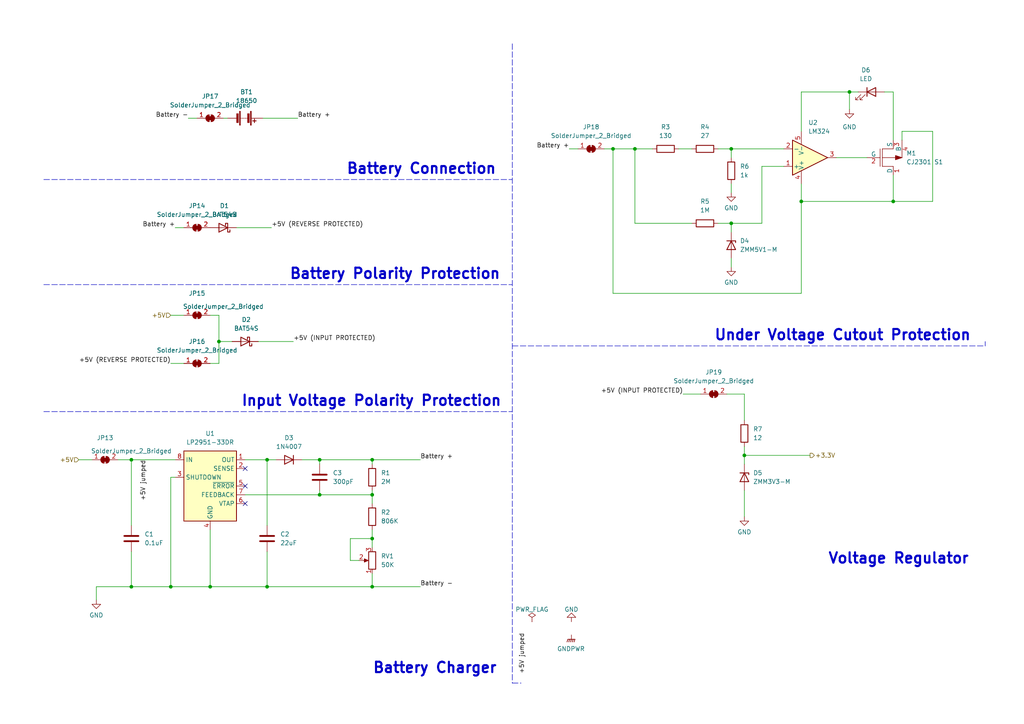
<source format=kicad_sch>
(kicad_sch (version 20211123) (generator eeschema)
  (paper "A4")
  (title_block (title "Power Submodule") (date "2022-03-09") (rev "v1.0") (company "University of Cape Town") (comment 1 "Be aware of current maybe adding up in the volatge input protection circuit") (comment 2 "Schottky diodes can be replaced with a p-channel mosfet configuration") (comment 4 "Authors: Noah Havik"))
  (lib_symbols
    (symbol "Device:Battery" (pin_numbers hide) (pin_names (offset 0) hide)
      (property "Reference" "BT" (at 2.54 2.54 0))
      (property "Value" "Battery" (at 2.54 0 0))
      (symbol "Battery_0_1"
        (rectangle (start -2.032 -1.397) (end 2.032 -1.651) (fill (type outline)))
        (rectangle (start -2.032 1.778) (end 2.032 1.524) (fill (type outline)))
        (rectangle (start -1.3208 -1.9812) (end 1.27 -2.4892) (fill (type outline)))
        (rectangle (start -1.3208 1.1938) (end 1.27 0.6858) (fill (type outline)))
        (polyline (pts (xy 0 -1.524) (xy 0 -1.27)))
        (polyline (pts (xy 0 -1.016) (xy 0 -0.762)))
        (polyline (pts (xy 0 -0.508) (xy 0 -0.254)))
        (polyline (pts (xy 0 0) (xy 0 0.254)))
        (polyline (pts (xy 0 0.508) (xy 0 0.762)))
        (polyline (pts (xy 0 1.778) (xy 0 2.54)))
        (polyline (pts (xy 0.254 2.667) (xy 1.27 2.667)) (stroke (width 0.254)))
        (polyline (pts (xy 0.762 3.175) (xy 0.762 2.159)) (stroke (width 0.254)))
      )
      (symbol "Battery_1_1"
        (pin passive line (at 0 5.08 270) (length 2.54) (name "+") (number "1"))
        (pin passive line (at 0 -5.08 90) (length 2.54) (name "-") (number "2"))
      )
    )
    (symbol "Device:C" (pin_numbers hide) (pin_names (offset 0.254))
      (property "Reference" "C" (at 0.635 2.54 0))
      (property "Value" "C" (at 0.635 -2.54 0))
      (symbol "C_0_1"
        (polyline (pts (xy -2.032 -0.762) (xy 2.032 -0.762)) (stroke (width 0.508)))
        (polyline (pts (xy -2.032 0.762) (xy 2.032 0.762)) (stroke (width 0.508)))
      )
      (symbol "C_1_1"
        (pin passive line (at 0 3.81 270) (length 2.794) (name "~") (number "1"))
        (pin passive line (at 0 -3.81 90) (length 2.794) (name "~") (number "2"))
      )
    )
    (symbol "Device:D_Schottky" (pin_numbers hide) (pin_names (offset 1.016) hide)
      (property "Reference" "D" (at 0 2.54 0))
      (property "Value" "D_Schottky" (at 0 -2.54 0))
      (symbol "D_Schottky_0_1"
        (polyline (pts (xy 1.27 0) (xy -1.27 0)))
        (polyline (pts (xy 1.27 1.27) (xy 1.27 -1.27) (xy -1.27 0) (xy 1.27 1.27)) (stroke (width 0.254)))
        (polyline (pts (xy -1.905 0.635) (xy -1.905 1.27) (xy -1.27 1.27) (xy -1.27 -1.27) (xy -0.635 -1.27) (xy -0.635 -0.635)) (stroke (width 0.254)))
      )
      (symbol "D_Schottky_1_1"
        (pin passive line (at -3.81 0 0) (length 2.54) (name "K") (number "1"))
        (pin passive line (at 3.81 0 180) (length 2.54) (name "A") (number "2"))
      )
    )
    (symbol "Device:D_Zener" (pin_numbers hide) (pin_names (offset 1.016) hide)
      (property "Reference" "D" (at 0 2.54 0))
      (property "Value" "D_Zener" (at 0 -2.54 0))
      (symbol "D_Zener_0_1"
        (polyline (pts (xy 1.27 0) (xy -1.27 0)))
        (polyline (pts (xy -1.27 -1.27) (xy -1.27 1.27) (xy -0.762 1.27)) (stroke (width 0.254)))
        (polyline (pts (xy 1.27 -1.27) (xy 1.27 1.27) (xy -1.27 0) (xy 1.27 -1.27)) (stroke (width 0.254)))
      )
      (symbol "D_Zener_1_1"
        (pin passive line (at -3.81 0 0) (length 2.54) (name "K") (number "1"))
        (pin passive line (at 3.81 0 180) (length 2.54) (name "A") (number "2"))
      )
    )
    (symbol "Device:LED" (pin_numbers hide) (pin_names (offset 1.016) hide)
      (property "Reference" "D" (at 0 2.54 0))
      (property "Value" "LED" (at 0 -2.54 0))
      (symbol "LED_0_1"
        (polyline (pts (xy -1.27 -1.27) (xy -1.27 1.27)) (stroke (width 0.254)))
        (polyline (pts (xy -1.27 0) (xy 1.27 0)))
        (polyline (pts (xy 1.27 -1.27) (xy 1.27 1.27) (xy -1.27 0) (xy 1.27 -1.27)) (stroke (width 0.254)))
        (polyline (pts (xy -3.048 -0.762) (xy -4.572 -2.286) (xy -3.81 -2.286) (xy -4.572 -2.286) (xy -4.572 -1.524)))
        (polyline (pts (xy -1.778 -0.762) (xy -3.302 -2.286) (xy -2.54 -2.286) (xy -3.302 -2.286) (xy -3.302 -1.524)))
      )
      (symbol "LED_1_1"
        (pin passive line (at -3.81 0 0) (length 2.54) (name "K") (number "1"))
        (pin passive line (at 3.81 0 180) (length 2.54) (name "A") (number "2"))
      )
    )
    (symbol "Device:R" (pin_numbers hide) (pin_names (offset 0))
      (property "Reference" "R" (at 2.032 0 90))
      (property "Value" "R" (at 0 0 90))
      (symbol "R_0_1"
        (rectangle (start -1.016 -2.54) (end 1.016 2.54) (stroke (width 0.254)))
      )
      (symbol "R_1_1"
        (pin passive line (at 0 3.81 270) (length 1.27) (name "~") (number "1"))
        (pin passive line (at 0 -3.81 90) (length 1.27) (name "~") (number "2"))
      )
    )
    (symbol "Device:R_Potentiometer" (pin_names (offset 1.016) hide)
      (property "Reference" "RV" (at -4.445 0 90))
      (property "Value" "R_Potentiometer" (at -2.54 0 90))
      (symbol "R_Potentiometer_0_1"
        (polyline (pts (xy 2.54 0) (xy 1.524 0)))
        (polyline (pts (xy 1.143 0) (xy 2.286 0.508) (xy 2.286 -0.508) (xy 1.143 0)) (fill (type outline)))
        (rectangle (start 1.016 2.54) (end -1.016 -2.54) (stroke (width 0.254)))
      )
      (symbol "R_Potentiometer_1_1"
        (pin passive line (at 0 3.81 270) (length 1.27) (name "1") (number "1"))
        (pin passive line (at 3.81 0 180) (length 1.27) (name "2") (number "2"))
        (pin passive line (at 0 -3.81 90) (length 1.27) (name "3") (number "3"))
      )
    )
    (symbol "Diode:1N4007" (pin_numbers hide) (pin_names (offset 1.016) hide)
      (property "Reference" "D" (at 0 2.54 0))
      (property "Value" "1N4007" (at 0 -2.54 0))
      (symbol "1N4007_0_1"
        (polyline (pts (xy -1.27 1.27) (xy -1.27 -1.27)) (stroke (width 0.254)))
        (polyline (pts (xy 1.27 0) (xy -1.27 0)))
        (polyline (pts (xy 1.27 1.27) (xy 1.27 -1.27) (xy -1.27 0) (xy 1.27 1.27)) (stroke (width 0.254)))
      )
      (symbol "1N4007_1_1"
        (pin passive line (at -3.81 0 0) (length 2.54) (name "K") (number "1"))
        (pin passive line (at 3.81 0 180) (length 2.54) (name "A") (number "2"))
      )
    )
    (symbol "Jumper:SolderJumper_2_Bridged" (pin_names (offset 0) hide)
      (property "Reference" "JP" (at 0 2.032 0))
      (property "Value" "SolderJumper_2_Bridged" (at 0 -2.54 0))
      (symbol "SolderJumper_2_Bridged_0_1"
        (rectangle (start -0.508 0.508) (end 0.508 -0.508) (fill (type outline)))
        (arc (start -0.254 1.016) (mid -1.27 0) (end -0.254 -1.016))
        (arc (start -0.254 1.016) (mid -1.27 0) (end -0.254 -1.016) (fill (type outline)))
        (polyline (pts (xy -0.254 1.016) (xy -0.254 -1.016)))
        (polyline (pts (xy 0.254 1.016) (xy 0.254 -1.016)))
        (arc (start 0.254 -1.016) (mid 1.27 0) (end 0.254 1.016))
        (arc (start 0.254 -1.016) (mid 1.27 0) (end 0.254 1.016) (fill (type outline)))
      )
      (symbol "SolderJumper_2_Bridged_1_1"
        (pin passive line (at -3.81 0 0) (length 2.54) (name "A") (number "1"))
        (pin passive line (at 3.81 0 180) (length 2.54) (name "B") (number "2"))
      )
    )
    (symbol "Regulator_Linear:LP2951-3.3_DIP"
      (property "Reference" "U" (at -6.35 11.43 0))
      (property "Value" "LP2951-3.3_DIP" (at 1.27 11.43 0))
      (symbol "LP2951-3.3_DIP_0_1"
        (rectangle (start -7.62 10.16) (end 7.62 -10.16) (stroke (width 0.254)) (fill (type background)))
      )
      (symbol "LP2951-3.3_DIP_1_1"
        (pin power_out line (at 10.16 7.62 180) (length 2.54) (name "OUT") (number "1"))
        (pin passive line (at 10.16 5.08 180) (length 2.54) (name "SENSE") (number "2"))
        (pin input line (at -10.16 2.54 0) (length 2.54) (name "SHUTDOWN") (number "3"))
        (pin power_in line (at 0 -12.7 90) (length 2.54) (name "GND") (number "4"))
        (pin open_collector line (at 10.16 0 180) (length 2.54) (name "~{ERROR}") (number "5"))
        (pin input line (at 10.16 -5.08 180) (length 2.54) (name "VTAP") (number "6"))
        (pin input line (at 10.16 -2.54 180) (length 2.54) (name "FEEDBACK") (number "7"))
        (pin power_in line (at -10.16 7.62 0) (length 2.54) (name "IN") (number "8"))
      )
    )
    (symbol "power:GND" (power) (pin_names (offset 0))
      (property "Value" "GND" (at 0 -3.81 0))
      (symbol "GND_0_1"
        (polyline (pts (xy 0 0) (xy 0 -1.27) (xy 1.27 -1.27) (xy 0 -2.54) (xy -1.27 -1.27) (xy 0 -1.27)))
      )
      (symbol "GND_1_1"
        (pin power_in line (at 0 0 270) (length 0) hide (name "GND") (number "1"))
      )
    )
    (symbol "power:GNDPWR" (power) (pin_names (offset 0))
      (property "Value" "GNDPWR" (at 0 -3.302 0))
      (symbol "GNDPWR_0_1"
        (polyline (pts (xy 0 -1.27) (xy 0 0)))
        (polyline (pts (xy -1.016 -1.27) (xy -1.27 -2.032) (xy -1.27 -2.032)) (stroke (width 0.2032)))
        (polyline (pts (xy -0.508 -1.27) (xy -0.762 -2.032) (xy -0.762 -2.032)) (stroke (width 0.2032)))
        (polyline (pts (xy 0 -1.27) (xy -0.254 -2.032) (xy -0.254 -2.032)) (stroke (width 0.2032)))
        (polyline (pts (xy 0.508 -1.27) (xy 0.254 -2.032) (xy 0.254 -2.032)) (stroke (width 0.2032)))
        (polyline (pts (xy 1.016 -1.27) (xy -1.016 -1.27) (xy -1.016 -1.27)) (stroke (width 0.2032)))
        (polyline (pts (xy 1.016 -1.27) (xy 0.762 -2.032) (xy 0.762 -2.032) (xy 0.762 -2.032)) (stroke (width 0.2032)))
      )
      (symbol "GNDPWR_1_1"
        (pin power_in line (at 0 0 270) (length 0) hide (name "GNDPWR") (number "1"))
      )
    )
    (symbol "power:PWR_FLAG" (power) (pin_numbers hide) (pin_names (offset 0) hide)
      (property "Value" "PWR_FLAG" (at 0 3.81 0))
      (symbol "PWR_FLAG_0_0"
        (pin power_out line (at 0 0 90) (length 0) (name "pwr") (number "1"))
      )
      (symbol "PWR_FLAG_0_1"
        (polyline (pts (xy 0 0) (xy 0 1.27) (xy -1.016 1.905) (xy 0 2.54) (xy 1.016 1.905) (xy 0 1.27)))
      )
    )
    (symbol "pspice:MPMOS" (pin_names (offset 0))
      (property "Reference" "M" (at 7.62 1.27 0))
      (property "Value" "MPMOS" (at 7.62 -1.27 0))
      (symbol "MPMOS_0_1"
        (polyline (pts (xy -1.27 2.54) (xy -1.27 -2.54)))
        (polyline (pts (xy -0.635 -2.54) (xy 2.54 -2.54)))
        (polyline (pts (xy 2.54 2.54) (xy -0.635 2.54)))
        (polyline (pts (xy 5.08 0) (xy -0.635 0)))
        (polyline (pts (xy 5.08 0) (xy 3.175 0.635) (xy 3.175 -0.635) (xy 5.08 0)) (fill (type outline)))
      )
      (symbol "MPMOS_1_1"
        (polyline (pts (xy -0.635 -2.54) (xy -0.635 2.54)))
        (pin passive line (at 2.54 -5.08 90) (length 2.54) (name "D") (number "1"))
        (pin input line (at -5.08 0 0) (length 3.81) (name "G") (number "2"))
        (pin passive line (at 2.54 5.08 270) (length 2.54) (name "S") (number "3"))
        (pin input line (at 5.08 5.08 270) (length 5.08) (name "B") (number "4"))
      )
    )
    (symbol "pspice:OPAMP" (pin_names (offset 0.254))
      (property "Reference" "U" (at 3.81 3.175 0))
      (property "Value" "OPAMP" (at 3.81 -3.175 0))
      (symbol "OPAMP_0_1"
        (polyline (pts (xy 5.08 0) (xy -5.08 5.08) (xy -5.08 -5.08) (xy 5.08 0)) (stroke (width 0.254)) (fill (type background)))
      )
      (symbol "OPAMP_1_1"
        (pin input line (at -7.62 2.54 0) (length 2.54) (name "+") (number "1"))
        (pin input line (at -7.62 -2.54 0) (length 2.54) (name "-") (number "2"))
        (pin output line (at 7.62 0 180) (length 2.54) (name "~") (number "3"))
        (pin power_in line (at -2.54 7.62 270) (length 3.81) (name "V+") (number "4"))
        (pin power_in line (at -2.54 -7.62 90) (length 3.81) (name "V-") (number "5"))
      )
    )
  )
  (junction (at 246.38 26.67))
  (junction (at 92.71 133.35))
  (junction (at 212.09 43.18))
  (junction (at 107.95 170.18))
  (junction (at 107.95 133.35))
  (junction (at 92.71 143.51))
  (junction (at 60.96 170.18))
  (junction (at 77.47 170.18))
  (junction (at 49.53 170.18))
  (junction (at 177.8 43.18))
  (junction (at 77.47 133.35))
  (junction (at 63.5 99.06))
  (junction (at 107.95 156.21))
  (junction (at 215.9 132.08))
  (junction (at 107.95 143.51))
  (junction (at 232.41 58.42))
  (junction (at 184.15 43.18))
  (junction (at 38.1 170.18))
  (junction (at 212.09 64.77))
  (junction (at 259.08 58.42))
  (junction (at 38.1 133.35))
  (no_connect (at 71.12 146.05))
  (no_connect (at 71.12 140.97))
  (no_connect (at 71.12 135.89))
  (wire (pts (xy 60.96 105.41) (xy 63.5 105.41)))
  (wire (pts (xy 92.71 143.51) (xy 107.95 143.51)))
  (wire (pts (xy 259.08 58.42) (xy 270.51 58.42)))
  (wire (pts (xy 220.98 64.77) (xy 212.09 64.77)))
  (wire (pts (xy 177.8 85.09) (xy 232.41 85.09)))
  (wire (pts (xy 38.1 170.18) (xy 49.53 170.18)))
  (wire (pts (xy 54.61 34.29) (xy 57.15 34.29)))
  (wire (pts (xy 50.8 66.04) (xy 53.34 66.04)))
  (wire (pts (xy 107.95 156.21) (xy 107.95 158.75)))
  (wire (pts (xy 71.12 143.51) (xy 92.71 143.51)))
  (wire (pts (xy 200.66 64.77) (xy 184.15 64.77)))
  (wire (pts (xy 232.41 38.1) (xy 232.41 26.67)))
  (wire (pts (xy 107.95 170.18) (xy 107.95 166.37)))
  (wire (pts (xy 107.95 133.35) (xy 121.92 133.35)))
  (wire (pts (xy 63.5 99.06) (xy 63.5 105.41)))
  (wire (pts (xy 227.33 48.26) (xy 220.98 48.26)))
  (wire (pts (xy 107.95 133.35) (xy 107.95 134.62)))
  (wire (pts (xy 215.9 132.08) (xy 215.9 134.62)))
  (wire (pts (xy 215.9 129.54) (xy 215.9 132.08)))
  (wire (pts (xy 101.6 156.21) (xy 107.95 156.21)))
  (wire (pts (xy 60.96 153.67) (xy 60.96 170.18)))
  (wire (pts (xy 92.71 134.62) (xy 92.71 133.35)))
  (wire (pts (xy 215.9 114.3) (xy 215.9 121.92)))
  (wire (pts (xy 107.95 170.18) (xy 121.92 170.18)))
  (wire (pts (xy 71.12 133.35) (xy 77.47 133.35)))
  (wire (pts (xy 246.38 26.67) (xy 246.38 31.75)))
  (wire (pts (xy 63.5 91.44) (xy 63.5 99.06)))
  (wire (pts (xy 64.77 34.29) (xy 66.04 34.29)))
  (wire (pts (xy 60.96 170.18) (xy 77.47 170.18)))
  (polyline (pts (xy 12.7 119.38) (xy 148.59 119.38)))
  (wire (pts (xy 63.5 99.06) (xy 67.31 99.06)))
  (wire (pts (xy 77.47 170.18) (xy 107.95 170.18)))
  (wire (pts (xy 107.95 153.67) (xy 107.95 156.21)))
  (wire (pts (xy 232.41 26.67) (xy 246.38 26.67)))
  (polyline (pts (xy 148.59 100.33) (xy 285.75 100.33)))
  (wire (pts (xy 107.95 143.51) (xy 107.95 146.05)))
  (polyline (pts (xy 285.75 99.06) (xy 285.75 100.33)))
  (wire (pts (xy 177.8 43.18) (xy 184.15 43.18)))
  (wire (pts (xy 38.1 152.4) (xy 38.1 133.35)))
  (wire (pts (xy 165.1 43.18) (xy 167.64 43.18)))
  (wire (pts (xy 101.6 162.56) (xy 101.6 156.21)))
  (wire (pts (xy 49.53 170.18) (xy 60.96 170.18)))
  (wire (pts (xy 246.38 26.67) (xy 248.92 26.67)))
  (wire (pts (xy 215.9 132.08) (xy 234.95 132.08)))
  (wire (pts (xy 27.94 170.18) (xy 38.1 170.18)))
  (wire (pts (xy 92.71 133.35) (xy 107.95 133.35)))
  (wire (pts (xy 68.58 66.04) (xy 78.74 66.04)))
  (wire (pts (xy 38.1 160.02) (xy 38.1 170.18)))
  (wire (pts (xy 212.09 74.93) (xy 212.09 77.47)))
  (wire (pts (xy 259.08 50.8) (xy 259.08 58.42)))
  (wire (pts (xy 177.8 43.18) (xy 177.8 85.09)))
  (wire (pts (xy 38.1 133.35) (xy 50.8 133.35)))
  (polyline (pts (xy 12.7 82.55) (xy 148.59 82.55)))
  (wire (pts (xy 184.15 43.18) (xy 189.23 43.18)))
  (wire (pts (xy 210.82 114.3) (xy 215.9 114.3)))
  (wire (pts (xy 215.9 142.24) (xy 215.9 149.86)))
  (polyline (pts (xy 148.59 12.7) (xy 148.59 198.12)))
  (wire (pts (xy 27.94 173.99) (xy 27.94 170.18)))
  (wire (pts (xy 212.09 64.77) (xy 208.28 64.77)))
  (wire (pts (xy 77.47 133.35) (xy 77.47 152.4)))
  (wire (pts (xy 77.47 160.02) (xy 77.47 170.18)))
  (wire (pts (xy 270.51 38.1) (xy 270.51 58.42)))
  (wire (pts (xy 77.47 133.35) (xy 80.01 133.35)))
  (wire (pts (xy 256.54 26.67) (xy 259.08 26.67)))
  (wire (pts (xy 49.53 105.41) (xy 53.34 105.41)))
  (wire (pts (xy 49.53 138.43) (xy 49.53 170.18)))
  (wire (pts (xy 212.09 53.34) (xy 212.09 55.88)))
  (wire (pts (xy 212.09 43.18) (xy 227.33 43.18)))
  (wire (pts (xy 212.09 43.18) (xy 212.09 45.72)))
  (wire (pts (xy 22.86 133.35) (xy 26.67 133.35)))
  (wire (pts (xy 232.41 85.09) (xy 232.41 58.42)))
  (polyline (pts (xy 148.59 198.12) (xy 151.13 198.12)))
  (wire (pts (xy 261.62 38.1) (xy 270.51 38.1)))
  (wire (pts (xy 50.8 138.43) (xy 49.53 138.43)))
  (wire (pts (xy 259.08 26.67) (xy 259.08 40.64)))
  (wire (pts (xy 74.93 99.06) (xy 85.09 99.06)))
  (wire (pts (xy 184.15 64.77) (xy 184.15 43.18)))
  (wire (pts (xy 261.62 40.64) (xy 261.62 38.1)))
  (wire (pts (xy 49.53 91.44) (xy 53.34 91.44)))
  (wire (pts (xy 198.12 114.3) (xy 203.2 114.3)))
  (wire (pts (xy 76.2 34.29) (xy 86.36 34.29)))
  (wire (pts (xy 104.14 162.56) (xy 101.6 162.56)))
  (wire (pts (xy 208.28 43.18) (xy 212.09 43.18)))
  (wire (pts (xy 92.71 142.24) (xy 92.71 143.51)))
  (wire (pts (xy 60.96 91.44) (xy 63.5 91.44)))
  (wire (pts (xy 232.41 58.42) (xy 259.08 58.42)))
  (polyline (pts (xy 12.7 52.07) (xy 148.59 52.07)))
  (wire (pts (xy 242.57 45.72) (xy 251.46 45.72)))
  (wire (pts (xy 107.95 142.24) (xy 107.95 143.51)))
  (wire (pts (xy 220.98 48.26) (xy 220.98 64.77)))
  (wire (pts (xy 92.71 133.35) (xy 87.63 133.35)))
  (wire (pts (xy 232.41 53.34) (xy 232.41 58.42)))
  (wire (pts (xy 175.26 43.18) (xy 177.8 43.18)))
  (wire (pts (xy 212.09 64.77) (xy 212.09 67.31)))
  (wire (pts (xy 34.29 133.35) (xy 38.1 133.35)))
  (wire (pts (xy 196.85 43.18) (xy 200.66 43.18)))
  (text "Battery Connection" (at 100.33 50.8 0) (effects (font (size 3 3) (thickness 0.6) bold) (justify left bottom)))
  (text "Battery Charger" (at 107.95 195.58 0) (effects (font (size 3 3) (thickness 0.6) bold) (justify left bottom)))
  (text "Input Voltage Polarity Protection" (at 69.85 118.11 0) (effects (font (size 3 3) (thickness 0.6) bold) (justify left bottom)))
  (text "Voltage Regulator" (at 240.03 163.83 0) (effects (font (size 3 3) (thickness 0.6) bold) (justify left bottom)))
  (text "Under Voltage Cutout Protection" (at 207.01 99.06 0) (effects (font (size 3 3) (thickness 0.6) bold) (justify left bottom)))
  (text "Battery Polarity Protection" (at 83.82 81.28 0) (effects (font (size 3 3) (thickness 0.6) bold) (justify left bottom)))
  (label "Battery +" (at 50.8 66.04 180))
  (label "Battery +" (at 121.92 133.35 0))
  (label "+5V jumped" (at 152.4 183.515 270))
  (label "Battery +" (at 86.36 34.29 0))
  (label "Battery +" (at 165.1 43.18 180))
  (label "Battery -" (at 54.61 34.29 180))
  (label "Battery -" (at 121.92 170.18 0))
  (label "+5V (INPUT PROTECTED)" (at 85.09 99.06 0))
  (label "+5V jumped" (at 42.545 133.35 270))
  (label "+5V (REVERSE PROTECTED)" (at 78.74 66.04 0))
  (label "+5V (REVERSE PROTECTED)" (at 49.53 105.41 180))
  (label "+5V (INPUT PROTECTED)" (at 198.12 114.3 180))
  (hierarchical_label "+5V" (shape input) (at 49.53 91.44 180))
  (hierarchical_label "+3.3V" (shape output) (at 234.95 132.08 0))
  (hierarchical_label "+5V" (shape input) (at 22.86 133.35 180))
  (symbol (lib_id "Jumper:SolderJumper_2_Bridged") (at 60.96 34.29 0) (unit 1)
    (property "Reference" "JP17" (at 60.96 27.94 0))
    (property "Value" "SolderJumper_2_Bridged" (at 60.96 30.48 0))
    (property "Footprint" "Jumper:SolderJumper-2_P1.3mm_Bridged2Bar_Pad1.0x1.5mm" (effects hide))
  )
  (symbol (lib_id "Device:R") (at 107.95 149.86 0) (unit 1)
    (property "Reference" "R2" (at 110.49 148.5899 0) (effects (justify left)))
    (property "Value" "806K" (at 110.49 151.1299 0) (effects (justify left)))
    (property "Footprint" "Resistor_SMD:R_0402_1005Metric" (effects hide))
  )
  (symbol (lib_id "power:GND") (at 215.9 149.86 0) (unit 1)
    (property "Reference" "#PWR023" (effects hide))
    (property "Value" "GND" (at 215.9 154.3034 0))
  )
  (symbol (lib_id "Jumper:SolderJumper_2_Bridged") (at 207.01 114.3 0) (unit 1)
    (property "Reference" "JP19" (at 207.01 107.95 0))
    (property "Value" "SolderJumper_2_Bridged" (at 207.01 110.49 0))
    (property "Footprint" "Jumper:SolderJumper-2_P1.3mm_Bridged2Bar_Pad1.0x1.5mm" (effects hide))
  )
  (symbol (lib_id "Device:D_Zener") (at 215.9 138.43 270) (unit 1)
    (property "Reference" "D5" (at 218.44 137.1599 90) (effects (justify left)))
    (property "Value" "ZMM3V3-M" (at 218.44 139.6999 90) (effects (justify left)))
  )
  (symbol (lib_id "Device:LED") (at 252.73 26.67 0) (unit 1)
    (property "Reference" "D6" (at 251.1425 20.32 0))
    (property "Value" "LED" (at 251.1425 22.86 0))
    (property "Footprint" "LED_SMD:LED_0603_1608Metric" (effects hide))
  )
  (symbol (lib_id "power:GND") (at 246.38 31.75 0) (unit 1)
    (property "Reference" "#PWR021" (effects hide))
    (property "Value" "GND" (at 246.38 36.83 0))
  )
  (symbol (lib_id "power:GNDPWR") (at 165.735 184.15 0) (unit 1)
    (property "Reference" "#PWR?" (effects hide))
    (property "Value" "GNDPWR" (at 165.608 188.187 0))
  )
  (symbol (lib_id "Device:C") (at 77.47 156.21 0) (unit 1)
    (property "Reference" "C2" (at 81.28 154.9399 0) (effects (justify left)))
    (property "Value" "22uF" (at 81.28 157.4799 0) (effects (justify left)))
    (property "Footprint" "Capacitor_SMD:C_0603_1608Metric" (effects hide))
  )
  (symbol (lib_id "Device:D_Schottky") (at 71.12 99.06 180) (unit 1)
    (property "Reference" "D2" (at 71.4375 92.71 0))
    (property "Value" "BAT54S" (at 71.4375 95.25 0))
    (property "Footprint" "Diode_SMD:D_SOT-23_ANK" (effects hide))
  )
  (symbol (lib_id "Device:R") (at 204.47 43.18 90) (unit 1)
    (property "Reference" "R4" (at 204.47 36.83 90))
    (property "Value" "27" (at 204.47 39.37 90))
    (property "Footprint" "Resistor_SMD:R_0603_1608Metric" (effects hide))
  )
  (symbol (lib_id "power:GND") (at 212.09 55.88 0) (unit 1)
    (property "Reference" "#PWR020" (effects hide))
    (property "Value" "GND" (at 212.09 60.3234 0))
  )
  (symbol (lib_id "Jumper:SolderJumper_2_Bridged") (at 57.15 66.04 0) (unit 1)
    (property "Reference" "JP14" (at 57.15 59.69 0))
    (property "Value" "SolderJumper_2_Bridged" (at 57.15 62.23 0))
    (property "Footprint" "Jumper:SolderJumper-2_P1.3mm_Bridged2Bar_Pad1.0x1.5mm" (effects hide))
  )
  (symbol (lib_id "Device:R") (at 212.09 49.53 0) (unit 1)
    (property "Reference" "R6" (at 214.63 48.2599 0) (effects (justify left)))
    (property "Value" "1k" (at 214.63 50.7999 0) (effects (justify left)))
    (property "Footprint" "Resistor_SMD:R_0402_1005Metric" (effects hide))
  )
  (symbol (lib_id "Jumper:SolderJumper_2_Bridged") (at 57.15 105.41 0) (unit 1)
    (property "Reference" "JP16" (at 57.15 99.06 0))
    (property "Value" "SolderJumper_2_Bridged" (at 57.15 101.6 0))
    (property "Footprint" "Jumper:SolderJumper-2_P1.3mm_Bridged2Bar_Pad1.0x1.5mm" (effects hide))
  )
  (symbol (lib_id "Jumper:SolderJumper_2_Bridged") (at 30.48 133.35 0) (unit 1)
    (property "Reference" "JP13" (at 30.48 127 0))
    (property "Value" "SolderJumper_2_Bridged" (at 38.1 130.81 0))
    (property "Footprint" "Jumper:SolderJumper-2_P1.3mm_Bridged2Bar_Pad1.0x1.5mm" (effects hide))
  )
  (symbol (lib_id "Jumper:SolderJumper_2_Bridged") (at 171.45 43.18 0) (unit 1)
    (property "Reference" "JP18" (at 171.45 36.83 0))
    (property "Value" "SolderJumper_2_Bridged" (at 171.45 39.37 0))
    (property "Footprint" "Jumper:SolderJumper-2_P1.3mm_Bridged2Bar_Pad1.0x1.5mm" (effects hide))
  )
  (symbol (lib_id "Diode:1N4007") (at 83.82 133.35 180) (unit 1)
    (property "Reference" "D3" (at 83.82 127 0))
    (property "Value" "1N4007" (at 83.82 129.54 0))
    (property "Footprint" "Diode_THT:D_DO-41_SOD81_P10.16mm_Horizontal" (effects hide))
    (property "Datasheet" "http://www.vishay.com/docs/88503/1n4001.pdf" (effects hide))
  )
  (symbol (lib_id "Regulator_Linear:LP2951-3.3_DIP") (at 60.96 140.97 0) (unit 1)
    (property "Reference" "U1" (at 60.96 125.73 0))
    (property "Value" "LP2951-33DR" (at 60.96 128.27 0))
    (property "Footprint" "Package_SO:SOIC-8_3.9x4.9mm_P1.27mm" (effects hide))
    (property "Datasheet" "http://www.ti.com/lit/ds/symlink/lp2951.pdf" (effects hide))
  )
  (symbol (lib_id "Device:D_Schottky") (at 64.77 66.04 180) (unit 1)
    (property "Reference" "D1" (at 65.0875 59.69 0))
    (property "Value" "BAT54S" (at 65.0875 62.23 0))
    (property "Footprint" "Diode_SMD:D_SOT-23_ANK" (effects hide))
  )
  (symbol (lib_id "power:GND") (at 27.94 173.99 0) (unit 1)
    (property "Reference" "#PWR01" (effects hide))
    (property "Value" "GND" (at 27.94 178.4334 0))
  )
  (symbol (lib_id "Device:R") (at 204.47 64.77 90) (unit 1)
    (property "Reference" "R5" (at 204.47 58.42 90))
    (property "Value" "1M" (at 204.47 60.96 90))
    (property "Footprint" "Resistor_SMD:R_0402_1005Metric" (effects hide))
  )
  (symbol (lib_id "Device:R") (at 193.04 43.18 90) (unit 1)
    (property "Reference" "R3" (at 193.04 36.83 90))
    (property "Value" "130" (at 193.04 39.37 90))
    (property "Footprint" "Resistor_SMD:R_0402_1005Metric" (effects hide))
  )
  (symbol (lib_id "Device:Battery") (at 71.12 34.29 270) (unit 1)
    (property "Reference" "BT1" (at 71.501 26.67 90))
    (property "Value" "18650" (at 71.501 29.21 90))
  )
  (symbol (lib_id "Device:R") (at 215.9 125.73 0) (unit 1)
    (property "Reference" "R7" (at 218.44 124.4599 0) (effects (justify left)))
    (property "Value" "12" (at 218.44 126.9999 0) (effects (justify left)))
    (property "Footprint" "Resistor_SMD:R_1206_3216Metric" (effects hide))
  )
  (symbol (lib_id "pspice:OPAMP") (at 234.95 45.72 0) (mirror x) (unit 1)
    (property "Reference" "U2" (at 234.4294 35.56 0) (effects (justify left)))
    (property "Value" "LM324" (at 234.4294 38.1 0) (effects (justify left)))
  )
  (symbol (lib_id "Device:R_Potentiometer") (at 107.95 162.56 180) (unit 1)
    (property "Reference" "RV1" (at 110.49 161.2899 0) (effects (justify right)))
    (property "Value" "50K" (at 110.49 163.8299 0) (effects (justify right)))
  )
  (symbol (lib_id "Device:R") (at 107.95 138.43 0) (unit 1)
    (property "Reference" "R1" (at 110.49 137.1599 0) (effects (justify left)))
    (property "Value" "2M" (at 110.49 139.6999 0) (effects (justify left)))
    (property "Footprint" "Resistor_SMD:R_0402_1005Metric" (effects hide))
  )
  (symbol (lib_id "power:GND") (at 212.09 77.47 0) (unit 1)
    (property "Reference" "#PWR022" (effects hide))
    (property "Value" "GND" (at 212.09 81.9134 0))
  )
  (symbol (lib_id "power:PWR_FLAG") (at 154.305 180.34 0) (unit 1)
    (property "Reference" "#FLG?" (effects hide))
    (property "Value" "PWR_FLAG" (at 154.305 176.7642 0))
  )
  (symbol (lib_id "pspice:MPMOS") (at 256.54 45.72 0) (unit 1)
    (property "Reference" "M1" (at 262.89 44.4499 0) (effects (justify left)))
    (property "Value" "CJ2301 S1" (at 262.89 46.9899 0) (effects (justify left)))
  )
  (symbol (lib_id "Device:C") (at 38.1 156.21 0) (unit 1)
    (property "Reference" "C1" (at 41.91 154.9399 0) (effects (justify left)))
    (property "Value" "0.1uF" (at 41.91 157.4799 0) (effects (justify left)))
    (property "Footprint" "Capacitor_SMD:C_0402_1005Metric" (effects hide))
  )
  (symbol (lib_id "Jumper:SolderJumper_2_Bridged") (at 57.15 91.44 0) (unit 1)
    (property "Reference" "JP15" (at 57.15 85.09 0))
    (property "Value" "SolderJumper_2_Bridged" (at 64.77 88.9 0))
    (property "Footprint" "Jumper:SolderJumper-2_P1.3mm_Bridged2Bar_Pad1.0x1.5mm" (effects hide))
  )
  (symbol (lib_id "Device:D_Zener") (at 212.09 71.12 270) (unit 1)
    (property "Reference" "D4" (at 214.63 69.8499 90) (effects (justify left)))
    (property "Value" "ZMM5V1-M" (at 214.63 72.3899 90) (effects (justify left)))
  )
  (symbol (lib_id "Device:C") (at 92.71 138.43 0) (unit 1)
    (property "Reference" "C3" (at 96.52 137.1599 0) (effects (justify left)))
    (property "Value" "300pF" (at 96.52 139.6999 0) (effects (justify left)))
    (property "Footprint" "Capacitor_SMD:C_0402_1005Metric" (effects hide))
  )
  (symbol (lib_id "power:GND") (at 165.735 180.34 180) (unit 1)
    (property "Reference" "#PWR?" (effects hide))
    (property "Value" "GND" (at 165.735 176.7642 0))
  )
)
</source>
